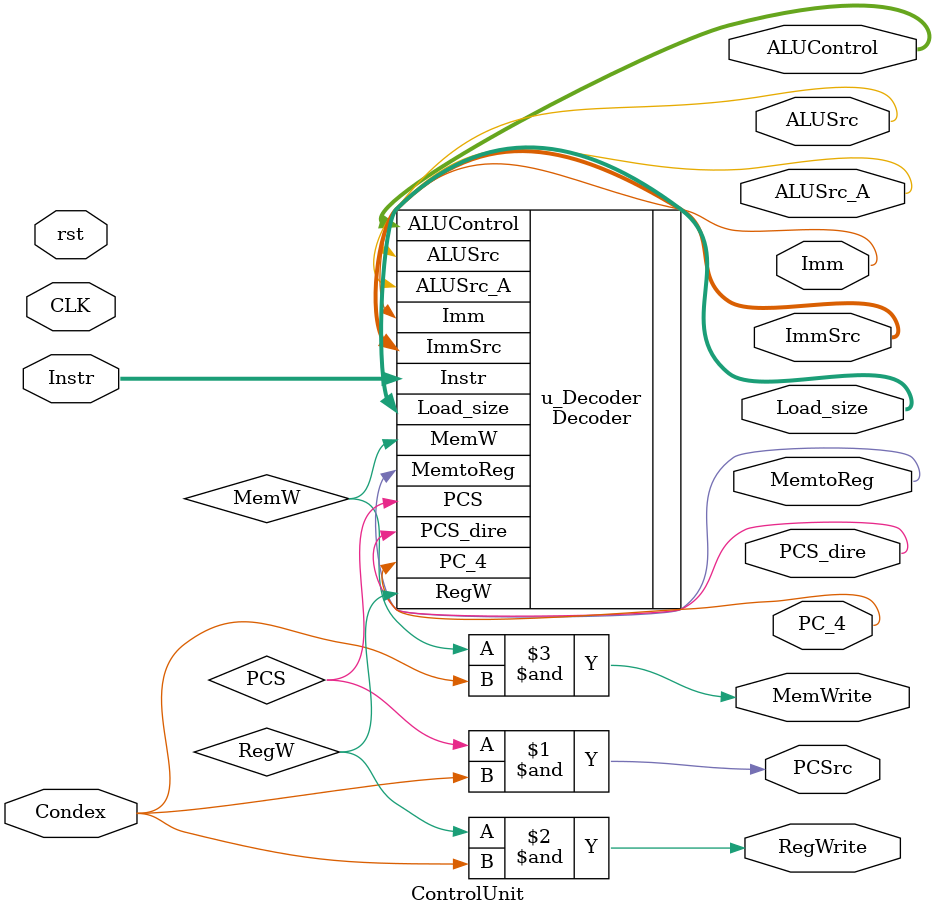
<source format=v>
module ControlUnit(
    input [31:0] Instr,

    input CLK,
    input rst,
    output MemtoReg,
    output MemWrite,
    
    output ALUSrc,
    output [3:0] ImmSrc,
    output RegWrite,

    output [3:0] ALUControl,	
    output PCSrc,
    output Imm,
    output ALUSrc_A,
    output PC_4,
    output [1:0] Load_size,

    output PCS_dire,

    input Condex
    ); 
    
    wire PCS, RegW, MemW;

    assign PCSrc = PCS & Condex;
    assign RegWrite = RegW & Condex;
    assign MemWrite = MemW & Condex;

    Decoder u_Decoder(
    	.Instr      (Instr      ),
        .PCS        (PCS        ),
        .RegW       (RegW       ),
        .MemW       (MemW       ),
        .MemtoReg   (MemtoReg   ),
        .ALUSrc     (ALUSrc     ),
        .ALUControl (ALUControl ),

        .ImmSrc     (ImmSrc     ),
        .ALUSrc_A   (ALUSrc_A   ),
        .PC_4       (PC_4       ),
        .Imm        (Imm        ),
        .Load_size  (Load_size  ),

        .PCS_dire   (PCS_dire)
    );
    
endmodule
</source>
